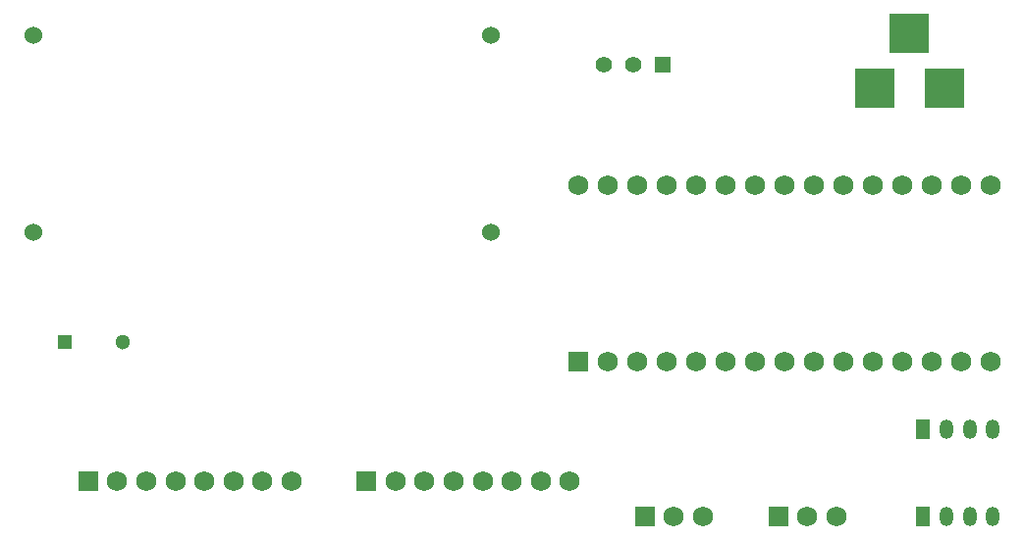
<source format=gbr>
G04 #@! TF.FileFunction,Soldermask,Bot*
%FSLAX46Y46*%
G04 Gerber Fmt 4.6, Leading zero omitted, Abs format (unit mm)*
G04 Created by KiCad (PCBNEW 4.0.3+e1-6302~38~ubuntu15.04.1-stable) date Wed Oct  5 22:25:40 2016*
%MOMM*%
%LPD*%
G01*
G04 APERTURE LIST*
%ADD10C,0.100000*%
%ADD11R,1.727200X1.727200*%
%ADD12C,1.727200*%
%ADD13R,1.300000X1.300000*%
%ADD14C,1.300000*%
%ADD15R,1.750000X1.750000*%
%ADD16C,1.750000*%
%ADD17R,1.200000X1.700000*%
%ADD18O,1.200000X1.700000*%
%ADD19C,1.524000*%
%ADD20R,3.500120X3.500120*%
%ADD21R,1.397000X1.397000*%
%ADD22C,1.397000*%
G04 APERTURE END LIST*
D10*
D11*
X80220000Y-61620000D03*
D12*
X82760000Y-61620000D03*
X85300000Y-61620000D03*
X87840000Y-61620000D03*
X90380000Y-61620000D03*
X92920000Y-61620000D03*
X95460000Y-61620000D03*
X98000000Y-61620000D03*
X100540000Y-61620000D03*
X103080000Y-61620000D03*
X105620000Y-61620000D03*
X108160000Y-61620000D03*
X110700000Y-61620000D03*
X113240000Y-61620000D03*
X115780000Y-61620000D03*
X115780000Y-46380000D03*
X113240000Y-46380000D03*
X110700000Y-46380000D03*
X108160000Y-46380000D03*
X105620000Y-46380000D03*
X103080000Y-46380000D03*
X100540000Y-46380000D03*
X98000000Y-46380000D03*
X95460000Y-46380000D03*
X92920000Y-46380000D03*
X90380000Y-46380000D03*
X87840000Y-46380000D03*
X85300000Y-46380000D03*
X82760000Y-46380000D03*
X80220000Y-46380000D03*
D13*
X36000000Y-60000000D03*
D14*
X41000000Y-60000000D03*
D15*
X38000000Y-72000000D03*
D16*
X40500000Y-72000000D03*
X43000000Y-72000000D03*
X45500000Y-72000000D03*
X48000000Y-72000000D03*
X50500000Y-72000000D03*
X53000000Y-72000000D03*
X55500000Y-72000000D03*
D15*
X62000000Y-72000000D03*
D16*
X64500000Y-72000000D03*
X67000000Y-72000000D03*
X69500000Y-72000000D03*
X72000000Y-72000000D03*
X74500000Y-72000000D03*
X77000000Y-72000000D03*
X79500000Y-72000000D03*
D17*
X110000000Y-75000000D03*
D18*
X112000000Y-75000000D03*
X114000000Y-75000000D03*
X116000000Y-75000000D03*
D17*
X110000000Y-67500000D03*
D18*
X112000000Y-67500000D03*
X114000000Y-67500000D03*
X116000000Y-67500000D03*
D19*
X72750000Y-50500000D03*
X72750000Y-33500000D03*
X33250000Y-50500000D03*
X33250000Y-33500000D03*
D20*
X105799860Y-38000000D03*
X111799340Y-38000000D03*
X108799600Y-33301000D03*
D15*
X86000000Y-75000000D03*
D16*
X88500000Y-75000000D03*
X91000000Y-75000000D03*
D15*
X97500000Y-75000000D03*
D16*
X100000000Y-75000000D03*
X102500000Y-75000000D03*
D21*
X87540000Y-36000000D03*
D22*
X85000000Y-36000000D03*
X82460000Y-36000000D03*
M02*

</source>
